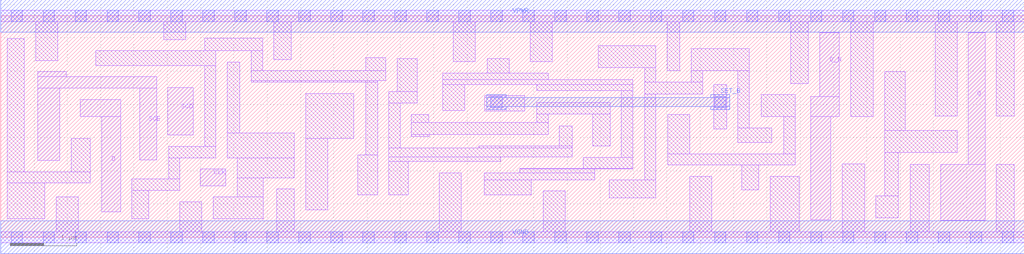
<source format=lef>
# Copyright 2020 The SkyWater PDK Authors
#
# Licensed under the Apache License, Version 2.0 (the "License");
# you may not use this file except in compliance with the License.
# You may obtain a copy of the License at
#
#     https://www.apache.org/licenses/LICENSE-2.0
#
# Unless required by applicable law or agreed to in writing, software
# distributed under the License is distributed on an "AS IS" BASIS,
# WITHOUT WARRANTIES OR CONDITIONS OF ANY KIND, either express or implied.
# See the License for the specific language governing permissions and
# limitations under the License.
#
# SPDX-License-Identifier: Apache-2.0

VERSION 5.7 ;
  NOWIREEXTENSIONATPIN ON ;
  DIVIDERCHAR "/" ;
  BUSBITCHARS "[]" ;
UNITS
  DATABASE MICRONS 200 ;
END UNITS
MACRO sky130_fd_sc_lp__sdfsbp_2
  CLASS CORE ;
  FOREIGN sky130_fd_sc_lp__sdfsbp_2 ;
  ORIGIN  0.000000  0.000000 ;
  SIZE  15.36000 BY  3.330000 ;
  SYMMETRY X Y R90 ;
  SITE unit ;
  PIN D
    ANTENNAGATEAREA  0.159000 ;
    DIRECTION INPUT ;
    USE SIGNAL ;
    PORT
      LAYER li1 ;
        RECT 1.190000 1.815000 1.800000 2.075000 ;
        RECT 1.515000 0.385000 1.800000 1.815000 ;
    END
  END D
  PIN Q
    ANTENNADIFFAREA  0.898800 ;
    DIRECTION OUTPUT ;
    USE SIGNAL ;
    PORT
      LAYER li1 ;
        RECT 14.110000 0.255000 14.775000 1.095000 ;
        RECT 14.525000 1.095000 14.775000 3.075000 ;
    END
  END Q
  PIN Q_N
    ANTENNADIFFAREA  0.588000 ;
    DIRECTION OUTPUT ;
    USE SIGNAL ;
    PORT
      LAYER li1 ;
        RECT 12.155000 0.265000 12.460000 1.815000 ;
        RECT 12.155000 1.815000 12.585000 2.120000 ;
        RECT 12.290000 2.120000 12.585000 3.075000 ;
    END
  END Q_N
  PIN SCD
    ANTENNAGATEAREA  0.159000 ;
    DIRECTION INPUT ;
    USE SIGNAL ;
    PORT
      LAYER li1 ;
        RECT 2.510000 1.535000 2.890000 2.250000 ;
    END
  END SCD
  PIN SCE
    ANTENNAGATEAREA  0.318000 ;
    DIRECTION INPUT ;
    USE SIGNAL ;
    PORT
      LAYER li1 ;
        RECT 0.555000 1.155000 0.885000 2.245000 ;
        RECT 0.555000 2.245000 2.340000 2.415000 ;
        RECT 0.555000 2.415000 0.985000 2.490000 ;
        RECT 2.090000 1.165000 2.340000 2.245000 ;
    END
  END SCE
  PIN SET_B
    ANTENNAGATEAREA  0.252000 ;
    DIRECTION INPUT ;
    USE SIGNAL ;
    PORT
      LAYER met1 ;
        RECT  7.295000 1.920000  7.585000 1.965000 ;
        RECT  7.295000 1.965000 10.945000 2.105000 ;
        RECT  7.295000 2.105000  7.585000 2.150000 ;
        RECT 10.655000 1.920000 10.945000 1.965000 ;
        RECT 10.655000 2.105000 10.945000 2.150000 ;
    END
  END SET_B
  PIN CLK
    ANTENNAGATEAREA  0.159000 ;
    DIRECTION INPUT ;
    USE CLOCK ;
    PORT
      LAYER li1 ;
        RECT 2.995000 0.775000 3.380000 1.025000 ;
    END
  END CLK
  PIN VGND
    DIRECTION INOUT ;
    USE GROUND ;
    PORT
      LAYER met1 ;
        RECT 0.000000 -0.245000 15.360000 0.245000 ;
    END
  END VGND
  PIN VPWR
    DIRECTION INOUT ;
    USE POWER ;
    PORT
      LAYER met1 ;
        RECT 0.000000 3.085000 15.360000 3.575000 ;
    END
  END VPWR
  OBS
    LAYER li1 ;
      RECT  0.000000 -0.085000 15.360000 0.085000 ;
      RECT  0.000000  3.245000 15.360000 3.415000 ;
      RECT  0.095000  0.275000  0.660000 0.815000 ;
      RECT  0.095000  0.815000  1.345000 0.985000 ;
      RECT  0.095000  0.985000  0.355000 2.985000 ;
      RECT  0.525000  2.660000  0.855000 3.245000 ;
      RECT  0.830000  0.085000  1.160000 0.605000 ;
      RECT  1.055000  0.985000  1.345000 1.485000 ;
      RECT  1.425000  2.585000  3.230000 2.805000 ;
      RECT  1.970000  0.280000  2.220000 0.705000 ;
      RECT  1.970000  0.705000  2.690000 0.875000 ;
      RECT  2.445000  2.975000  2.775000 3.245000 ;
      RECT  2.520000  0.875000  2.690000 1.195000 ;
      RECT  2.520000  1.195000  3.230000 1.365000 ;
      RECT  2.690000  0.085000  3.020000 0.535000 ;
      RECT  3.060000  1.365000  3.230000 2.585000 ;
      RECT  3.060000  2.805000  3.930000 2.995000 ;
      RECT  3.190000  0.275000  3.940000 0.605000 ;
      RECT  3.400000  1.195000  4.405000 1.565000 ;
      RECT  3.400000  1.565000  3.590000 2.635000 ;
      RECT  3.550000  0.605000  3.940000 0.895000 ;
      RECT  3.550000  0.895000  4.405000 1.195000 ;
      RECT  3.760000  2.335000  5.655000 2.360000 ;
      RECT  3.760000  2.360000  5.780000 2.505000 ;
      RECT  3.760000  2.505000  3.930000 2.805000 ;
      RECT  4.100000  2.675000  4.360000 3.245000 ;
      RECT  4.145000  0.085000  4.405000 0.725000 ;
      RECT  4.575000  0.410000  4.905000 1.485000 ;
      RECT  4.575000  1.485000  5.295000 2.165000 ;
      RECT  5.360000  0.640000  5.655000 1.235000 ;
      RECT  5.475000  1.235000  5.655000 2.335000 ;
      RECT  5.475000  2.505000  5.780000 2.705000 ;
      RECT  5.825000  0.640000  6.120000 1.140000 ;
      RECT  5.825000  1.140000  7.505000 1.205000 ;
      RECT  5.825000  1.205000  8.575000 1.345000 ;
      RECT  5.825000  1.345000  5.995000 2.020000 ;
      RECT  5.825000  2.020000  6.250000 2.190000 ;
      RECT  5.950000  2.190000  6.250000 2.690000 ;
      RECT  6.165000  1.515000  6.430000 1.545000 ;
      RECT  6.165000  1.545000  8.215000 1.725000 ;
      RECT  6.165000  1.725000  6.425000 1.845000 ;
      RECT  6.580000  0.085000  6.910000 0.970000 ;
      RECT  6.635000  1.905000  6.965000 2.300000 ;
      RECT  6.635000  2.300000  9.485000 2.375000 ;
      RECT  6.635000  2.375000  8.215000 2.470000 ;
      RECT  6.790000  2.640000  7.120000 3.245000 ;
      RECT  7.175000  1.345000  8.575000 1.375000 ;
      RECT  7.255000  0.640000  7.960000 0.865000 ;
      RECT  7.255000  0.865000  8.915000 0.970000 ;
      RECT  7.265000  1.895000  7.865000 2.130000 ;
      RECT  7.300000  2.470000  7.630000 2.690000 ;
      RECT  7.790000  0.970000  8.915000 1.030000 ;
      RECT  7.790000  1.030000  9.485000 1.035000 ;
      RECT  7.950000  2.640000  8.280000 3.245000 ;
      RECT  8.045000  1.725000  8.215000 1.855000 ;
      RECT  8.045000  1.855000  9.145000 2.025000 ;
      RECT  8.045000  2.205000  9.485000 2.300000 ;
      RECT  8.140000  0.085000  8.470000 0.695000 ;
      RECT  8.385000  1.375000  8.575000 1.675000 ;
      RECT  8.745000  1.035000  9.485000 1.200000 ;
      RECT  8.885000  1.370000  9.145000 1.855000 ;
      RECT  8.970000  2.555000  9.835000 2.885000 ;
      RECT  9.135000  0.590000  9.835000 0.860000 ;
      RECT  9.315000  1.200000  9.485000 2.205000 ;
      RECT  9.665000  0.860000  9.835000 2.155000 ;
      RECT  9.665000  2.155000 10.535000 2.335000 ;
      RECT  9.665000  2.335000  9.835000 2.555000 ;
      RECT 10.005000  2.505000 10.195000 3.245000 ;
      RECT 10.015000  1.085000 11.925000 1.255000 ;
      RECT 10.015000  1.255000 10.345000 1.845000 ;
      RECT 10.340000  0.085000 10.670000 0.915000 ;
      RECT 10.365000  2.335000 10.535000 2.505000 ;
      RECT 10.365000  2.505000 11.235000 2.835000 ;
      RECT 10.705000  1.630000 10.895000 2.300000 ;
      RECT 11.065000  1.425000 11.575000 1.645000 ;
      RECT 11.065000  1.645000 11.235000 2.505000 ;
      RECT 11.120000  0.710000 11.380000 1.085000 ;
      RECT 11.415000  1.815000 11.925000 2.145000 ;
      RECT 11.550000  0.085000 11.985000 0.915000 ;
      RECT 11.755000  1.255000 11.925000 1.815000 ;
      RECT 11.860000  2.315000 12.120000 3.245000 ;
      RECT 12.630000  0.085000 12.965000 1.105000 ;
      RECT 12.755000  1.815000 13.095000 3.245000 ;
      RECT 13.135000  0.290000 13.475000 0.620000 ;
      RECT 13.265000  0.620000 13.475000 1.275000 ;
      RECT 13.265000  1.275000 14.355000 1.605000 ;
      RECT 13.265000  1.605000 13.575000 2.495000 ;
      RECT 13.655000  0.085000 13.940000 1.095000 ;
      RECT 14.025000  1.820000 14.355000 3.245000 ;
      RECT 14.945000  0.085000 15.215000 1.095000 ;
      RECT 14.945000  1.820000 15.215000 3.245000 ;
    LAYER mcon ;
      RECT  0.155000 -0.085000  0.325000 0.085000 ;
      RECT  0.155000  3.245000  0.325000 3.415000 ;
      RECT  0.635000 -0.085000  0.805000 0.085000 ;
      RECT  0.635000  3.245000  0.805000 3.415000 ;
      RECT  1.115000 -0.085000  1.285000 0.085000 ;
      RECT  1.115000  3.245000  1.285000 3.415000 ;
      RECT  1.595000 -0.085000  1.765000 0.085000 ;
      RECT  1.595000  3.245000  1.765000 3.415000 ;
      RECT  2.075000 -0.085000  2.245000 0.085000 ;
      RECT  2.075000  3.245000  2.245000 3.415000 ;
      RECT  2.555000 -0.085000  2.725000 0.085000 ;
      RECT  2.555000  3.245000  2.725000 3.415000 ;
      RECT  3.035000 -0.085000  3.205000 0.085000 ;
      RECT  3.035000  3.245000  3.205000 3.415000 ;
      RECT  3.515000 -0.085000  3.685000 0.085000 ;
      RECT  3.515000  3.245000  3.685000 3.415000 ;
      RECT  3.995000 -0.085000  4.165000 0.085000 ;
      RECT  3.995000  3.245000  4.165000 3.415000 ;
      RECT  4.475000 -0.085000  4.645000 0.085000 ;
      RECT  4.475000  3.245000  4.645000 3.415000 ;
      RECT  4.955000 -0.085000  5.125000 0.085000 ;
      RECT  4.955000  3.245000  5.125000 3.415000 ;
      RECT  5.435000 -0.085000  5.605000 0.085000 ;
      RECT  5.435000  3.245000  5.605000 3.415000 ;
      RECT  5.915000 -0.085000  6.085000 0.085000 ;
      RECT  5.915000  3.245000  6.085000 3.415000 ;
      RECT  6.395000 -0.085000  6.565000 0.085000 ;
      RECT  6.395000  3.245000  6.565000 3.415000 ;
      RECT  6.875000 -0.085000  7.045000 0.085000 ;
      RECT  6.875000  3.245000  7.045000 3.415000 ;
      RECT  7.355000 -0.085000  7.525000 0.085000 ;
      RECT  7.355000  1.950000  7.525000 2.120000 ;
      RECT  7.355000  3.245000  7.525000 3.415000 ;
      RECT  7.835000 -0.085000  8.005000 0.085000 ;
      RECT  7.835000  3.245000  8.005000 3.415000 ;
      RECT  8.315000 -0.085000  8.485000 0.085000 ;
      RECT  8.315000  3.245000  8.485000 3.415000 ;
      RECT  8.795000 -0.085000  8.965000 0.085000 ;
      RECT  8.795000  3.245000  8.965000 3.415000 ;
      RECT  9.275000 -0.085000  9.445000 0.085000 ;
      RECT  9.275000  3.245000  9.445000 3.415000 ;
      RECT  9.755000 -0.085000  9.925000 0.085000 ;
      RECT  9.755000  3.245000  9.925000 3.415000 ;
      RECT 10.235000 -0.085000 10.405000 0.085000 ;
      RECT 10.235000  3.245000 10.405000 3.415000 ;
      RECT 10.715000 -0.085000 10.885000 0.085000 ;
      RECT 10.715000  1.950000 10.885000 2.120000 ;
      RECT 10.715000  3.245000 10.885000 3.415000 ;
      RECT 11.195000 -0.085000 11.365000 0.085000 ;
      RECT 11.195000  3.245000 11.365000 3.415000 ;
      RECT 11.675000 -0.085000 11.845000 0.085000 ;
      RECT 11.675000  3.245000 11.845000 3.415000 ;
      RECT 12.155000 -0.085000 12.325000 0.085000 ;
      RECT 12.155000  3.245000 12.325000 3.415000 ;
      RECT 12.635000 -0.085000 12.805000 0.085000 ;
      RECT 12.635000  3.245000 12.805000 3.415000 ;
      RECT 13.115000 -0.085000 13.285000 0.085000 ;
      RECT 13.115000  3.245000 13.285000 3.415000 ;
      RECT 13.595000 -0.085000 13.765000 0.085000 ;
      RECT 13.595000  3.245000 13.765000 3.415000 ;
      RECT 14.075000 -0.085000 14.245000 0.085000 ;
      RECT 14.075000  3.245000 14.245000 3.415000 ;
      RECT 14.555000 -0.085000 14.725000 0.085000 ;
      RECT 14.555000  3.245000 14.725000 3.415000 ;
      RECT 15.035000 -0.085000 15.205000 0.085000 ;
      RECT 15.035000  3.245000 15.205000 3.415000 ;
  END
END sky130_fd_sc_lp__sdfsbp_2
END LIBRARY

</source>
